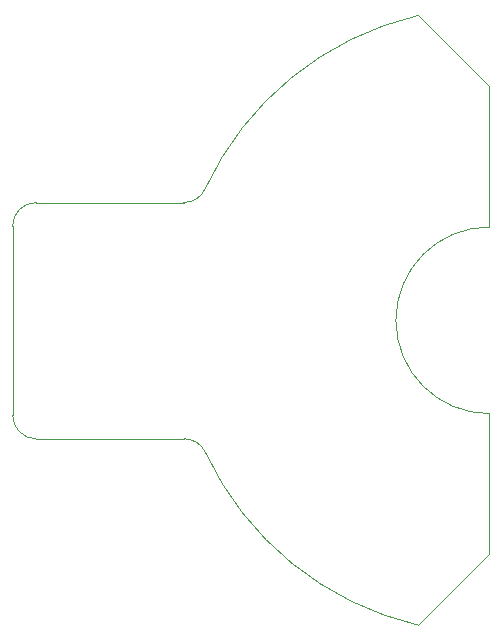
<source format=gko>
%FSLAX44Y44*%
%MOMM*%
G71*
G01*
G75*
%ADD74C,0.1000*%
D74*
X691356Y749700D02*
G03*
X709486Y761258I0J20000D01*
G01*
X546439Y569700D02*
G03*
X566439Y549700I20007J7D01*
G01*
Y749700D02*
G03*
X546439Y729700I7J-20007D01*
G01*
X950000Y729000D02*
G03*
X950000Y571000I0J-79000D01*
G01*
X709765Y538142D02*
G03*
X889896Y391906I240235J111858D01*
G01*
Y908094D02*
G03*
X709506Y761300I60104J-258094D01*
G01*
X709765Y538142D02*
G03*
X691634Y549700I-18131J-8442D01*
G01*
X950000Y452010D02*
Y571000D01*
X566439Y549700D02*
X691634D01*
X546439Y569700D02*
X546439Y729700D01*
X566439Y749700D02*
X691356D01*
X889896Y391906D02*
X950000Y452010D01*
Y729000D02*
Y847990D01*
X889896Y908094D02*
X950000Y847990D01*
M02*

</source>
